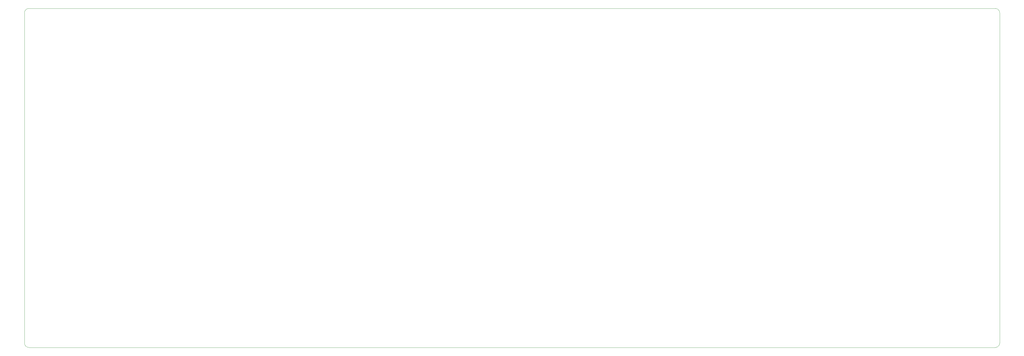
<source format=gm1>
%TF.GenerationSoftware,KiCad,Pcbnew,(5.1.8)-1*%
%TF.CreationDate,2020-11-30T17:03:09-06:00*%
%TF.ProjectId,customKeyboardV2.5,63757374-6f6d-44b6-9579-626f61726456,rev?*%
%TF.SameCoordinates,Original*%
%TF.FileFunction,Profile,NP*%
%FSLAX46Y46*%
G04 Gerber Fmt 4.6, Leading zero omitted, Abs format (unit mm)*
G04 Created by KiCad (PCBNEW (5.1.8)-1) date 2020-11-30 17:03:09*
%MOMM*%
%LPD*%
G01*
G04 APERTURE LIST*
%TA.AperFunction,Profile*%
%ADD10C,0.050000*%
%TD*%
G04 APERTURE END LIST*
D10*
X44450000Y-22225000D02*
X392112500Y-22225000D01*
X42862500Y-142875000D02*
X42862500Y-23812500D01*
X392112500Y-144462500D02*
X44450000Y-144462500D01*
X393700000Y-142875000D02*
X393700000Y-23812500D01*
X393700000Y-142875000D02*
G75*
G02*
X392112500Y-144462500I-1587500J0D01*
G01*
X392112500Y-22225000D02*
G75*
G02*
X393700000Y-23812500I0J-1587500D01*
G01*
X42862500Y-23812500D02*
G75*
G02*
X44450000Y-22225000I1587500J0D01*
G01*
X44450000Y-144462500D02*
G75*
G02*
X42862500Y-142875000I0J1587500D01*
G01*
M02*

</source>
